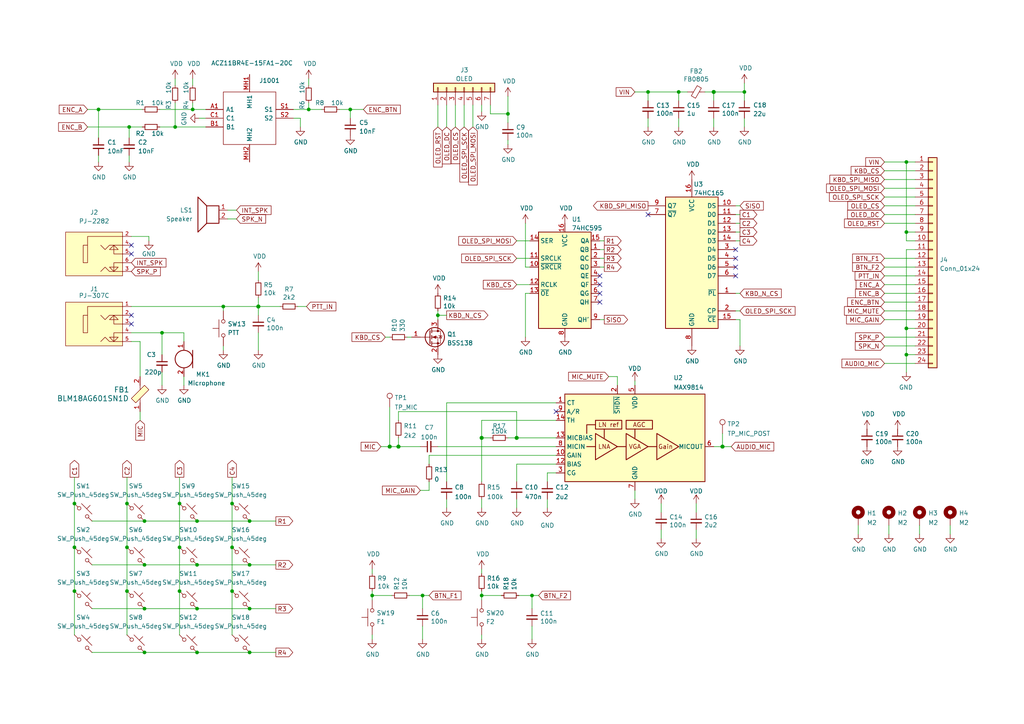
<source format=kicad_sch>
(kicad_sch (version 20211123) (generator eeschema)
  (paper "A4")
  (junction (at 115.57 129.54) (diameter 1.016))
  (junction (at 21.59 146.05))
  (junction (at 67.31 146.05))
  (junction (at 28.575 31.75))
  (junction (at 41.91 189.23))
  (junction (at 74.93 88.9) (diameter 1.016))
  (junction (at 50.8 36.83))
  (junction (at 139.7 172.72))
  (junction (at 196.85 26.67))
  (junction (at 52.07 158.75))
  (junction (at 72.39 176.53))
  (junction (at 57.15 176.53))
  (junction (at 36.83 171.45))
  (junction (at 187.96 26.67))
  (junction (at 41.91 163.83))
  (junction (at 89.535 31.75))
  (junction (at 207.01 26.67) (diameter 1.016))
  (junction (at 215.9 26.67))
  (junction (at 41.91 151.13))
  (junction (at 52.07 171.45))
  (junction (at 154.305 172.72))
  (junction (at 36.83 158.75))
  (junction (at 72.39 163.83))
  (junction (at 122.555 172.72))
  (junction (at 67.31 158.75))
  (junction (at 101.6 31.75))
  (junction (at 209.55 129.54) (diameter 1.016))
  (junction (at 57.15 151.13))
  (junction (at 262.89 46.99))
  (junction (at 52.07 146.05))
  (junction (at 127 91.44))
  (junction (at 67.31 171.45))
  (junction (at 107.95 172.72))
  (junction (at 21.59 158.75))
  (junction (at 21.59 171.45))
  (junction (at 139.7 127) (diameter 1.016))
  (junction (at 149.86 127) (diameter 1.016))
  (junction (at 262.89 102.87))
  (junction (at 113.03 129.54) (diameter 1.016))
  (junction (at 37.465 36.83))
  (junction (at 41.91 176.53))
  (junction (at 36.83 146.05))
  (junction (at 57.15 163.83))
  (junction (at 72.39 189.23))
  (junction (at 262.89 95.25))
  (junction (at 72.39 151.13))
  (junction (at 262.89 67.31))
  (junction (at 55.88 31.75))
  (junction (at 57.15 189.23))
  (junction (at 147.32 33.02))
  (junction (at 64.77 88.9))
  (junction (at 46.99 96.52))
  (no_connect (at 213.36 72.39))
  (no_connect (at 213.36 74.93))
  (no_connect (at 213.36 77.47))
  (no_connect (at 213.36 80.01))
  (no_connect (at 187.96 62.23))
  (no_connect (at 173.99 80.01))
  (no_connect (at 173.99 82.55))
  (no_connect (at 173.99 85.09))
  (no_connect (at 173.99 87.63))
  (no_connect (at 38.1 93.98))
  (no_connect (at 38.1 91.44))
  (no_connect (at 38.1 73.66))
  (no_connect (at 38.1 71.12))
  (no_connect (at 161.29 119.38))
  (wire (pts (xy 158.75 137.16) (xy 158.75 139.7)))
  (wire (pts (xy 89.535 22.86) (xy 89.535 24.765)))
  (wire (pts (xy 256.54 49.53) (xy 265.43 49.53)))
  (wire (pts (xy 72.39 163.83) (xy 80.01 163.83)))
  (wire (pts (xy 134.62 36.83) (xy 134.62 30.48)))
  (wire (pts (xy 187.96 34.29) (xy 187.96 36.83)))
  (wire (pts (xy 101.6 31.75) (xy 105.41 31.75)))
  (wire (pts (xy 132.08 36.83) (xy 132.08 30.48)))
  (wire (pts (xy 57.15 163.83) (xy 72.39 163.83)))
  (wire (pts (xy 37.465 36.83) (xy 37.465 40.005)))
  (wire (pts (xy 74.93 96.52) (xy 74.93 101.6)))
  (wire (pts (xy 214.63 90.17) (xy 213.36 90.17)))
  (wire (pts (xy 87.122 36.83) (xy 87.122 34.29)))
  (wire (pts (xy 41.91 189.23) (xy 57.15 189.23)))
  (wire (pts (xy 115.57 127) (xy 115.57 129.54)))
  (wire (pts (xy 209.55 129.54) (xy 209.55 125.73)))
  (wire (pts (xy 21.59 158.75) (xy 21.59 171.45)))
  (wire (pts (xy 115.57 119.38) (xy 115.57 121.92)))
  (wire (pts (xy 214.63 85.09) (xy 213.36 85.09)))
  (wire (pts (xy 68.58 63.5) (xy 66.04 63.5)))
  (wire (pts (xy 265.43 72.39) (xy 262.89 72.39)))
  (wire (pts (xy 113.03 129.54) (xy 115.57 129.54)))
  (wire (pts (xy 207.01 26.67) (xy 215.9 26.67)))
  (wire (pts (xy 55.88 22.86) (xy 55.88 24.765)))
  (wire (pts (xy 139.7 127) (xy 142.24 127)))
  (wire (pts (xy 74.93 88.9) (xy 74.93 91.44)))
  (wire (pts (xy 147.32 33.02) (xy 147.32 27.94)))
  (wire (pts (xy 28.575 45.085) (xy 28.575 46.99)))
  (wire (pts (xy 26.67 163.83) (xy 41.91 163.83)))
  (wire (pts (xy 107.95 184.15) (xy 107.95 185.42)))
  (wire (pts (xy 107.95 171.45) (xy 107.95 172.72)))
  (wire (pts (xy 86.36 88.9) (xy 88.9 88.9)))
  (wire (pts (xy 68.58 60.96) (xy 66.04 60.96)))
  (wire (pts (xy 74.93 86.36) (xy 74.93 88.9)))
  (wire (pts (xy 64.77 88.9) (xy 64.77 90.17)))
  (wire (pts (xy 139.7 30.48) (xy 139.7 32.385)))
  (wire (pts (xy 72.39 189.23) (xy 80.01 189.23)))
  (wire (pts (xy 127 90.17) (xy 127 91.44)))
  (wire (pts (xy 152.4 64.77) (xy 152.4 77.47)))
  (wire (pts (xy 50.8 36.83) (xy 59.69 36.83)))
  (wire (pts (xy 55.88 31.75) (xy 59.69 31.75)))
  (wire (pts (xy 184.15 142.24) (xy 184.15 144.78)))
  (wire (pts (xy 26.67 151.13) (xy 41.91 151.13)))
  (wire (pts (xy 50.8 22.86) (xy 50.8 24.765)))
  (wire (pts (xy 129.54 144.78) (xy 129.54 147.32)))
  (wire (pts (xy 46.99 107.95) (xy 46.99 111.76)))
  (wire (pts (xy 139.7 172.72) (xy 139.7 173.99)))
  (wire (pts (xy 212.09 129.54) (xy 209.55 129.54)))
  (wire (pts (xy 214.63 92.71) (xy 214.63 100.33)))
  (wire (pts (xy 41.91 163.83) (xy 57.15 163.83)))
  (wire (pts (xy 196.85 26.67) (xy 199.39 26.67)))
  (wire (pts (xy 266.7 152.4) (xy 266.7 154.94)))
  (wire (pts (xy 52.07 171.45) (xy 52.07 184.15)))
  (wire (pts (xy 175.26 92.71) (xy 173.99 92.71)))
  (wire (pts (xy 85.09 31.75) (xy 89.535 31.75)))
  (wire (pts (xy 215.9 26.67) (xy 215.9 24.13)))
  (wire (pts (xy 256.54 90.17) (xy 265.43 90.17)))
  (wire (pts (xy 256.54 52.07) (xy 265.43 52.07)))
  (wire (pts (xy 36.83 171.45) (xy 36.83 184.15)))
  (wire (pts (xy 147.32 127) (xy 149.86 127)))
  (wire (pts (xy 184.15 26.67) (xy 187.96 26.67)))
  (wire (pts (xy 74.93 88.9) (xy 81.28 88.9)))
  (wire (pts (xy 36.83 146.05) (xy 36.83 158.75)))
  (wire (pts (xy 201.93 153.67) (xy 201.93 156.21)))
  (wire (pts (xy 161.29 121.92) (xy 139.7 121.92)))
  (wire (pts (xy 52.07 158.75) (xy 52.07 171.45)))
  (wire (pts (xy 256.54 62.23) (xy 265.43 62.23)))
  (wire (pts (xy 124.46 132.08) (xy 124.46 134.62)))
  (wire (pts (xy 139.7 172.72) (xy 145.415 172.72)))
  (wire (pts (xy 21.59 171.45) (xy 21.59 184.15)))
  (wire (pts (xy 262.89 102.87) (xy 265.43 102.87)))
  (wire (pts (xy 67.31 158.75) (xy 67.31 171.45)))
  (wire (pts (xy 265.43 69.85) (xy 262.89 69.85)))
  (wire (pts (xy 87.122 34.29) (xy 85.09 34.29)))
  (wire (pts (xy 256.54 92.71) (xy 265.43 92.71)))
  (wire (pts (xy 46.99 96.52) (xy 53.34 96.52)))
  (wire (pts (xy 215.9 34.29) (xy 215.9 36.83)))
  (wire (pts (xy 256.54 87.63) (xy 265.43 87.63)))
  (wire (pts (xy 204.47 26.67) (xy 207.01 26.67)))
  (wire (pts (xy 127 91.44) (xy 129.54 91.44)))
  (wire (pts (xy 57.785 34.29) (xy 59.69 34.29)))
  (wire (pts (xy 256.54 82.55) (xy 265.43 82.55)))
  (wire (pts (xy 207.01 34.29) (xy 207.01 36.83)))
  (wire (pts (xy 149.86 134.62) (xy 149.86 139.7)))
  (wire (pts (xy 53.34 109.22) (xy 53.34 111.76)))
  (wire (pts (xy 139.7 171.45) (xy 139.7 172.72)))
  (wire (pts (xy 127 129.54) (xy 161.29 129.54)))
  (wire (pts (xy 262.89 102.87) (xy 262.89 107.95)))
  (wire (pts (xy 26.67 176.53) (xy 41.91 176.53)))
  (wire (pts (xy 215.9 26.67) (xy 215.9 29.21)))
  (wire (pts (xy 21.59 146.05) (xy 21.59 158.75)))
  (wire (pts (xy 67.31 146.05) (xy 67.31 158.75)))
  (wire (pts (xy 248.92 152.4) (xy 248.92 154.94)))
  (wire (pts (xy 46.355 31.75) (xy 55.88 31.75)))
  (wire (pts (xy 262.89 95.25) (xy 265.43 95.25)))
  (wire (pts (xy 38.1 88.9) (xy 64.77 88.9)))
  (wire (pts (xy 179.07 111.76) (xy 179.07 109.22)))
  (wire (pts (xy 46.99 96.52) (xy 46.99 102.87)))
  (wire (pts (xy 67.31 138.43) (xy 67.31 146.05)))
  (wire (pts (xy 262.89 72.39) (xy 262.89 95.25)))
  (wire (pts (xy 57.15 151.13) (xy 72.39 151.13)))
  (wire (pts (xy 122.555 172.72) (xy 124.46 172.72)))
  (wire (pts (xy 256.54 46.99) (xy 262.89 46.99)))
  (wire (pts (xy 187.96 26.67) (xy 196.85 26.67)))
  (wire (pts (xy 40.64 119.38) (xy 40.64 121.92)))
  (wire (pts (xy 214.63 67.31) (xy 213.36 67.31)))
  (wire (pts (xy 161.29 116.84) (xy 129.54 116.84)))
  (wire (pts (xy 124.46 132.08) (xy 161.29 132.08)))
  (wire (pts (xy 57.15 189.23) (xy 72.39 189.23)))
  (wire (pts (xy 158.75 144.78) (xy 158.75 147.32)))
  (wire (pts (xy 154.305 172.72) (xy 156.21 172.72)))
  (wire (pts (xy 191.77 146.05) (xy 191.77 148.59)))
  (wire (pts (xy 121.92 142.24) (xy 124.46 142.24)))
  (wire (pts (xy 256.54 64.77) (xy 265.43 64.77)))
  (wire (pts (xy 256.54 85.09) (xy 265.43 85.09)))
  (wire (pts (xy 25.4 31.75) (xy 28.575 31.75)))
  (wire (pts (xy 150.495 172.72) (xy 154.305 172.72)))
  (wire (pts (xy 38.1 99.06) (xy 40.64 99.06)))
  (wire (pts (xy 52.07 146.05) (xy 52.07 158.75)))
  (wire (pts (xy 142.24 33.02) (xy 147.32 33.02)))
  (wire (pts (xy 214.63 59.69) (xy 213.36 59.69)))
  (wire (pts (xy 256.54 54.61) (xy 265.43 54.61)))
  (wire (pts (xy 74.93 78.74) (xy 74.93 81.28)))
  (wire (pts (xy 149.86 144.78) (xy 149.86 147.32)))
  (wire (pts (xy 139.7 184.15) (xy 139.7 185.42)))
  (wire (pts (xy 89.535 29.845) (xy 89.535 31.75)))
  (wire (pts (xy 57.15 176.53) (xy 72.39 176.53)))
  (wire (pts (xy 256.54 74.93) (xy 265.43 74.93)))
  (wire (pts (xy 256.54 77.47) (xy 265.43 77.47)))
  (wire (pts (xy 107.95 172.72) (xy 113.665 172.72)))
  (wire (pts (xy 101.6 31.75) (xy 101.6 34.29)))
  (wire (pts (xy 115.57 129.54) (xy 121.92 129.54)))
  (wire (pts (xy 41.91 176.53) (xy 57.15 176.53)))
  (wire (pts (xy 214.63 64.77) (xy 213.36 64.77)))
  (wire (pts (xy 214.63 62.23) (xy 213.36 62.23)))
  (wire (pts (xy 256.54 100.33) (xy 265.43 100.33)))
  (wire (pts (xy 113.03 118.11) (xy 113.03 129.54)))
  (wire (pts (xy 46.355 36.83) (xy 50.8 36.83)))
  (wire (pts (xy 257.81 152.4) (xy 257.81 154.94)))
  (wire (pts (xy 36.83 158.75) (xy 36.83 171.45)))
  (wire (pts (xy 152.4 85.09) (xy 152.4 97.79)))
  (wire (pts (xy 107.95 172.72) (xy 107.95 173.99)))
  (wire (pts (xy 53.34 96.52) (xy 53.34 99.06)))
  (wire (pts (xy 262.89 95.25) (xy 262.89 102.87)))
  (wire (pts (xy 262.89 69.85) (xy 262.89 67.31)))
  (wire (pts (xy 124.46 139.7) (xy 124.46 142.24)))
  (wire (pts (xy 127 91.44) (xy 127 92.71)))
  (wire (pts (xy 196.85 34.29) (xy 196.85 36.83)))
  (wire (pts (xy 256.54 80.01) (xy 265.43 80.01)))
  (wire (pts (xy 214.63 69.85) (xy 213.36 69.85)))
  (wire (pts (xy 176.53 109.22) (xy 179.07 109.22)))
  (wire (pts (xy 122.555 181.61) (xy 122.555 185.42)))
  (wire (pts (xy 213.36 92.71) (xy 214.63 92.71)))
  (wire (pts (xy 153.67 77.47) (xy 152.4 77.47)))
  (wire (pts (xy 154.305 172.72) (xy 154.305 176.53)))
  (wire (pts (xy 41.275 31.75) (xy 28.575 31.75)))
  (wire (pts (xy 110.49 129.54) (xy 113.03 129.54)))
  (wire (pts (xy 149.86 74.93) (xy 153.67 74.93)))
  (wire (pts (xy 67.31 171.45) (xy 67.31 184.15)))
  (wire (pts (xy 262.89 67.31) (xy 262.89 46.99)))
  (wire (pts (xy 41.275 36.83) (xy 37.465 36.83)))
  (wire (pts (xy 149.86 127) (xy 149.86 119.38)))
  (wire (pts (xy 89.535 31.75) (xy 93.345 31.75)))
  (wire (pts (xy 147.32 33.02) (xy 147.32 35.56)))
  (wire (pts (xy 262.89 46.99) (xy 265.43 46.99)))
  (wire (pts (xy 137.16 36.83) (xy 137.16 30.48)))
  (wire (pts (xy 38.1 68.58) (xy 43.18 68.58)))
  (wire (pts (xy 129.54 116.84) (xy 129.54 139.7)))
  (wire (pts (xy 129.54 36.83) (xy 129.54 30.48)))
  (wire (pts (xy 154.305 181.61) (xy 154.305 185.42)))
  (wire (pts (xy 207.01 129.54) (xy 209.55 129.54)))
  (wire (pts (xy 72.39 151.13) (xy 80.01 151.13)))
  (wire (pts (xy 43.18 68.58) (xy 43.18 69.85)))
  (wire (pts (xy 111.76 97.79) (xy 113.03 97.79)))
  (wire (pts (xy 64.77 88.9) (xy 74.93 88.9)))
  (wire (pts (xy 98.425 31.75) (xy 101.6 31.75)))
  (wire (pts (xy 187.96 26.67) (xy 187.96 29.21)))
  (wire (pts (xy 275.59 152.4) (xy 275.59 154.94)))
  (wire (pts (xy 201.93 146.05) (xy 201.93 148.59)))
  (wire (pts (xy 147.32 40.64) (xy 147.32 41.91)))
  (wire (pts (xy 196.85 26.67) (xy 196.85 29.21)))
  (wire (pts (xy 265.43 67.31) (xy 262.89 67.31)))
  (wire (pts (xy 40.64 99.06) (xy 40.64 109.22)))
  (wire (pts (xy 161.29 134.62) (xy 149.86 134.62)))
  (wire (pts (xy 153.67 85.09) (xy 152.4 85.09)))
  (wire (pts (xy 115.57 119.38) (xy 149.86 119.38)))
  (wire (pts (xy 139.7 144.78) (xy 139.7 147.32)))
  (wire (pts (xy 142.24 33.02) (xy 142.24 30.48)))
  (wire (pts (xy 127 36.83) (xy 127 30.48)))
  (wire (pts (xy 41.91 151.13) (xy 57.15 151.13)))
  (wire (pts (xy 37.465 45.085) (xy 37.465 46.99)))
  (wire (pts (xy 191.77 153.67) (xy 191.77 156.21)))
  (wire (pts (xy 149.86 82.55) (xy 153.67 82.55)))
  (wire (pts (xy 36.83 138.43) (xy 36.83 146.05)))
  (wire (pts (xy 175.26 69.85) (xy 173.99 69.85)))
  (wire (pts (xy 139.7 165.1) (xy 139.7 166.37)))
  (wire (pts (xy 118.11 97.79) (xy 119.38 97.79)))
  (wire (pts (xy 107.95 165.1) (xy 107.95 166.37)))
  (wire (pts (xy 50.8 29.845) (xy 50.8 36.83)))
  (wire (pts (xy 64.77 100.33) (xy 64.77 101.6)))
  (wire (pts (xy 175.26 72.39) (xy 173.99 72.39)))
  (wire (pts (xy 256.54 57.15) (xy 265.43 57.15)))
  (wire (pts (xy 38.1 96.52) (xy 46.99 96.52)))
  (wire (pts (xy 207.01 26.67) (xy 207.01 29.21)))
  (wire (pts (xy 161.29 137.16) (xy 158.75 137.16)))
  (wire (pts (xy 175.26 77.47) (xy 173.99 77.47)))
  (wire (pts (xy 21.59 138.43) (xy 21.59 146.05)))
  (wire (pts (xy 256.54 97.79) (xy 265.43 97.79)))
  (wire (pts (xy 256.54 59.69) (xy 265.43 59.69)))
  (wire (pts (xy 55.88 29.845) (xy 55.88 31.75)))
  (wire (pts (xy 149.86 69.85) (xy 153.67 69.85)))
  (wire (pts (xy 139.7 121.92) (xy 139.7 127)))
  (wire (pts (xy 149.86 127) (xy 161.29 127)))
  (wire (pts (xy 139.7 127) (xy 139.7 139.7)))
  (wire (pts (xy 184.15 110.49) (xy 184.15 111.76)))
  (wire (pts (xy 28.575 31.75) (xy 28.575 40.005)))
  (wire (pts (xy 72.39 176.53) (xy 80.01 176.53)))
  (wire (pts (xy 118.745 172.72) (xy 122.555 172.72)))
  (wire (pts (xy 256.54 105.41) (xy 265.43 105.41)))
  (wire (pts (xy 52.07 138.43) (xy 52.07 146.05)))
  (wire (pts (xy 26.67 189.23) (xy 41.91 189.23)))
  (wire (pts (xy 175.26 74.93) (xy 173.99 74.93)))
  (wire (pts (xy 122.555 172.72) (xy 122.555 176.53)))
  (wire (pts (xy 25.4 36.83) (xy 37.465 36.83)))
  (global_label "KBD_N_CS" (shape input) (at 214.63 85.09 0) (property "Intersheet References" "${INTERSHEET_REFS}" (effects hide)))
  (global_label "BTN_F1" (shape input) (at 124.46 172.72 0) (property "Intersheet References" "${INTERSHEET_REFS}" (effects hide)))
  (global_label "BTN_F2" (shape input) (at 256.54 77.47 180) (property "Intersheet References" "${INTERSHEET_REFS}" (effects hide)))
  (global_label "OLED_SPI_SCK" (shape input) (at 214.63 90.17 0) (property "Intersheet References" "${INTERSHEET_REFS}" (effects hide)))
  (global_label "OLED_SPI_SCK" (shape input) (at 134.62 36.83 270) (property "Intersheet References" "${INTERSHEET_REFS}" (effects hide)))
  (global_label "OLED_SPI_MOSI" (shape input) (at 149.86 69.85 180) (property "Intersheet References" "${INTERSHEET_REFS}" (effects hide)))
  (global_label "BTN_F1" (shape input) (at 256.54 74.93 180) (property "Intersheet References" "${INTERSHEET_REFS}" (effects hide)))
  (global_label "R3" (shape output) (at 175.26 74.93 0) (property "Intersheet References" "${INTERSHEET_REFS}" (effects hide)))
  (global_label "MIC" (shape input) (at 40.64 121.92 270) (property "Intersheet References" "${INTERSHEET_REFS}" (effects hide)))
  (global_label "SISO" (shape output) (at 175.26 92.71 0) (property "Intersheet References" "${INTERSHEET_REFS}" (effects hide)))
  (global_label "SPK_N" (shape input) (at 256.54 100.33 180) (property "Intersheet References" "${INTERSHEET_REFS}" (effects hide)))
  (global_label "MIC_MUTE" (shape input) (at 176.53 109.22 180) (property "Intersheet References" "${INTERSHEET_REFS}" (effects hide)))
  (global_label "ENC_A" (shape input) (at 25.4 31.75 180) (property "Intersheet References" "${INTERSHEET_REFS}" (effects hide)))
  (global_label "ENC_B" (shape input) (at 25.4 36.83 180) (property "Intersheet References" "${INTERSHEET_REFS}" (effects hide)))
  (global_label "C2" (shape output) (at 214.63 64.77 0) (property "Intersheet References" "${INTERSHEET_REFS}" (effects hide)))
  (global_label "SISO" (shape input) (at 214.63 59.69 0) (property "Intersheet References" "${INTERSHEET_REFS}" (effects hide)))
  (global_label "SPK_N" (shape input) (at 68.58 63.5 0) (property "Intersheet References" "${INTERSHEET_REFS}" (effects hide)))
  (global_label "ENC_BTN" (shape input) (at 105.41 31.75 0) (property "Intersheet References" "${INTERSHEET_REFS}" (effects hide)))
  (global_label "PTT_IN" (shape input) (at 256.54 80.01 180) (property "Intersheet References" "${INTERSHEET_REFS}" (effects hide)))
  (global_label "OLED_DC" (shape input) (at 129.54 36.83 270) (property "Intersheet References" "${INTERSHEET_REFS}" (effects hide)))
  (global_label "KBD_SPI_MISO" (shape input) (at 256.54 52.07 180) (property "Intersheet References" "${INTERSHEET_REFS}" (effects hide)))
  (global_label "OLED_RST" (shape input) (at 127 36.83 270) (property "Intersheet References" "${INTERSHEET_REFS}" (effects hide)))
  (global_label "R4" (shape output) (at 175.26 77.47 0) (property "Intersheet References" "${INTERSHEET_REFS}" (effects hide)))
  (global_label "KBD_N_CS" (shape output) (at 129.54 91.44 0) (property "Intersheet References" "${INTERSHEET_REFS}" (effects hide)))
  (global_label "KBD_SPI_MISO" (shape output) (at 187.96 59.69 180) (property "Intersheet References" "${INTERSHEET_REFS}" (effects hide)))
  (global_label "OLED_SPI_MOSI" (shape input) (at 137.16 36.83 270) (property "Intersheet References" "${INTERSHEET_REFS}" (effects hide)))
  (global_label "OLED_CS" (shape input) (at 132.08 36.83 270) (property "Intersheet References" "${INTERSHEET_REFS}" (effects hide)))
  (global_label "C4" (shape output) (at 214.63 69.85 0) (property "Intersheet References" "${INTERSHEET_REFS}" (effects hide)))
  (global_label "SPK_P" (shape input) (at 38.1 78.74 0) (property "Intersheet References" "${INTERSHEET_REFS}" (effects hide)))
  (global_label "BTN_F2" (shape input) (at 156.21 172.72 0) (property "Intersheet References" "${INTERSHEET_REFS}" (effects hide)))
  (global_label "OLED_SPI_SCK" (shape input) (at 256.54 57.15 180) (property "Intersheet References" "${INTERSHEET_REFS}" (effects hide)))
  (global_label "ENC_BTN" (shape input) (at 256.54 87.63 180) (property "Intersheet References" "${INTERSHEET_REFS}" (effects hide)))
  (global_label "OLED_CS" (shape input) (at 256.54 59.69 180) (property "Intersheet References" "${INTERSHEET_REFS}" (effects hide)))
  (global_label "MIC_GAIN" (shape input) (at 256.54 92.71 180) (property "Intersheet References" "${INTERSHEET_REFS}" (effects hide)))
  (global_label "R4" (shape output) (at 80.01 189.23 0) (property "Intersheet References" "${INTERSHEET_REFS}" (effects hide)))
  (global_label "INT_SPK" (shape input) (at 38.1 76.2 0) (property "Intersheet References" "${INTERSHEET_REFS}" (effects hide)))
  (global_label "MIC" (shape input) (at 110.49 129.54 180) (property "Intersheet References" "${INTERSHEET_REFS}" (effects hide)))
  (global_label "INT_SPK" (shape input) (at 68.58 60.96 0) (property "Intersheet References" "${INTERSHEET_REFS}" (effects hide)))
  (global_label "C4" (shape output) (at 67.31 138.43 90) (property "Intersheet References" "${INTERSHEET_REFS}" (effects hide)))
  (global_label "OLED_SPI_SCK" (shape input) (at 149.86 74.93 180) (property "Intersheet References" "${INTERSHEET_REFS}" (effects hide)))
  (global_label "C1" (shape output) (at 21.59 138.43 90) (property "Intersheet References" "${INTERSHEET_REFS}" (effects hide)))
  (global_label "VIN" (shape input) (at 184.15 26.67 180) (property "Intersheet References" "${INTERSHEET_REFS}" (effects hide)))
  (global_label "OLED_SPI_MOSI" (shape input) (at 256.54 54.61 180) (property "Intersheet References" "${INTERSHEET_REFS}" (effects hide)))
  (global_label "ENC_A" (shape input) (at 256.54 82.55 180) (property "Intersheet References" "${INTERSHEET_REFS}" (effects hide)))
  (global_label "R1" (shape output) (at 175.26 69.85 0) (property "Intersheet References" "${INTERSHEET_REFS}" (effects hide)))
  (global_label "R3" (shape output) (at 80.01 176.53 0) (property "Intersheet References" "${INTERSHEET_REFS}" (effects hide)))
  (global_label "KBD_CS" (shape input) (at 256.54 49.53 180) (property "Intersheet References" "${INTERSHEET_REFS}" (effects hide)))
  (global_label "KBD_CS" (shape input) (at 149.86 82.55 180) (property "Intersheet References" "${INTERSHEET_REFS}" (effects hide)))
  (global_label "C3" (shape output) (at 214.63 67.31 0) (property "Intersheet References" "${INTERSHEET_REFS}" (effects hide)))
  (global_label "PTT_IN" (shape input) (at 88.9 88.9 0) (property "Intersheet References" "${INTERSHEET_REFS}" (effects hide)))
  (global_label "C2" (shape output) (at 36.83 138.43 90) (property "Intersheet References" "${INTERSHEET_REFS}" (effects hide)))
  (global_label "MIC_MUTE" (shape input) (at 256.54 90.17 180) (property "Intersheet References" "${INTERSHEET_REFS}" (effects hide)))
  (global_label "SPK_P" (shape input) (at 256.54 97.79 180) (property "Intersheet References" "${INTERSHEET_REFS}" (effects hide)))
  (global_label "OLED_DC" (shape input) (at 256.54 62.23 180) (property "Intersheet References" "${INTERSHEET_REFS}" (effects hide)))
  (global_label "AUDIO_MIC" (shape input) (at 212.09 129.54 0) (property "Intersheet References" "${INTERSHEET_REFS}" (effects hide)))
  (global_label "AUDIO_MIC" (shape input) (at 256.54 105.41 180) (property "Intersheet References" "${INTERSHEET_REFS}" (effects hide)))
  (global_label "MIC_GAIN" (shape input) (at 121.92 142.24 180) (property "Intersheet References" "${INTERSHEET_REFS}" (effects hide)))
  (global_label "OLED_RST" (shape input) (at 256.54 64.77 180) (property "Intersheet References" "${INTERSHEET_REFS}" (effects hide)))
  (global_label "R2" (shape output) (at 175.26 72.39 0) (property "Intersheet References" "${INTERSHEET_REFS}" (effects hide)))
  (global_label "ENC_B" (shape input) (at 256.54 85.09 180) (property "Intersheet References" "${INTERSHEET_REFS}" (effects hide)))
  (global_label "KBD_CS" (shape input) (at 111.76 97.79 180) (property "Intersheet References" "${INTERSHEET_REFS}" (effects hide)))
  (global_label "C1" (shape output) (at 214.63 62.23 0) (property "Intersheet References" "${INTERSHEET_REFS}" (effects hide)))
  (global_label "C3" (shape output) (at 52.07 138.43 90) (property "Intersheet References" "${INTERSHEET_REFS}" (effects hide)))
  (global_label "R1" (shape output) (at 80.01 151.13 0) (property "Intersheet References" "${INTERSHEET_REFS}" (effects hide)))
  (global_label "R2" (shape output) (at 80.01 163.83 0) (property "Intersheet References" "${INTERSHEET_REFS}" (effects hide)))
  (global_label "VIN" (shape input) (at 256.54 46.99 180) (property "Intersheet References" "${INTERSHEET_REFS}" (effects hide)))
  (symbol (lib_id "power:GND") (at 101.6 39.37 0) (unit 1)
    (property "Reference" "#PWR014" (effects hide))
    (property "Value" "GND" (at 101.727 43.7642 0))
  )
  (symbol (lib_id "pkl_device:pkl_R_Small") (at 139.7 168.91 0) (unit 1)
    (property "Reference" "R16" (at 141.1986 167.7416 0) (effects (justify left)))
    (property "Value" "10k" (at 141.1986 170.053 0) (effects (justify left)))
    (property "Footprint" "Resistor_SMD:R_0402_1005Metric" (effects hide))
  )
  (symbol (lib_id "power:GND") (at 139.7 32.385 0) (unit 1)
    (property "Reference" "#PWR021" (effects hide))
    (property "Value" "GND" (at 139.827 36.7792 0))
  )
  (symbol (lib_id "power:GND") (at 275.59 154.94 0) (unit 1)
    (property "Reference" "#PWR056" (effects hide))
    (property "Value" "GND" (at 275.717 159.3342 0))
  )
  (symbol (lib_id "power:GND") (at 37.465 46.99 0) (unit 1)
    (property "Reference" "#PWR02" (effects hide))
    (property "Value" "GND" (at 37.592 51.3842 0))
  )
  (symbol (lib_id "Mechanical:MountingHole_Pad") (at 266.7 149.86 0) (unit 1)
    (property "Reference" "H3" (at 269.2401 148.8245 0) (effects (justify left)))
    (property "Value" "M2" (at 269.2401 151.5996 0) (effects (justify left)))
    (property "Footprint" "MountingHole:MountingHole_2.2mm_M2_DIN965_Pad" (effects hide))
  )
  (symbol (lib_id "Transistor_FET:BSS138") (at 124.46 97.79 0) (unit 1)
    (property "Reference" "Q1" (at 129.667 96.9553 0) (effects (justify left)))
    (property "Value" "BSS138" (at 129.667 99.4922 0) (effects (justify left)))
    (property "Footprint" "Package_TO_SOT_SMD:SOT-23" (effects hide))
    (property "Datasheet" "https://www.onsemi.com/pub/Collateral/BSS138-D.PDF" (effects hide))
  )
  (symbol (lib_id "power:GND") (at 215.9 36.83 0) (unit 1)
    (property "Reference" "#PWR047" (effects hide))
    (property "Value" "GND" (at 216.027 41.2242 0))
  )
  (symbol (lib_id "power:VDD") (at 127 85.09 0) (unit 1)
    (property "Reference" "#PWR018" (effects hide))
    (property "Value" "VDD" (at 127.381 80.6958 0))
  )
  (symbol (lib_id "pkl_device:pkl_R_Small") (at 115.57 97.79 90) (unit 1)
    (property "Reference" "R10" (at 114.4016 96.2914 0) (effects (justify left)))
    (property "Value" "330" (at 116.713 96.2914 0) (effects (justify left)))
    (property "Footprint" "Resistor_SMD:R_0402_1005Metric" (effects hide))
  )
  (symbol (lib_id "Switch:SW_Push_45deg") (at 54.61 148.59 0) (unit 1)
    (property "Reference" "SW9" (at 54.61 140.97 0))
    (property "Value" "SW_Push_45deg" (at 54.61 143.51 0))
    (property "Footprint" "Button_Switch_SMD:SW_Push_1P1T_NO_CK_KMR2" (effects hide))
  )
  (symbol (lib_id "Mechanical:MountingHole_Pad") (at 248.92 149.86 0) (unit 1)
    (property "Reference" "H1" (at 251.4601 148.8245 0) (effects (justify left)))
    (property "Value" "M2" (at 251.4601 151.5996 0) (effects (justify left)))
    (property "Footprint" "MountingHole:MountingHole_2.2mm_M2_DIN965_Pad" (effects hide))
  )
  (symbol (lib_id "power:VDD") (at 152.4 64.77 0) (unit 1)
    (property "Reference" "#PWR028" (effects hide))
    (property "Value" "VDD" (at 152.781 60.3758 0))
  )
  (symbol (lib_id "power:VDD") (at 147.32 27.94 0) (unit 1)
    (property "Reference" "#PWR025" (effects hide))
    (property "Value" "VDD" (at 147.701 23.5458 0))
  )
  (symbol (lib_id "pkl_device:pkl_R_Small") (at 139.7 142.24 0) (unit 1)
    (property "Reference" "R15" (at 141.1987 141.3315 0) (effects (justify left)))
    (property "Value" "100k" (at 141.1987 144.1066 0) (effects (justify left)))
    (property "Footprint" "Resistor_SMD:R_0402_1005Metric" (effects hide))
  )
  (symbol (lib_id "Switch:SW_Push_45deg") (at 69.85 173.99 0) (unit 1)
    (property "Reference" "SW17" (at 69.85 166.37 0))
    (property "Value" "SW_Push_45deg" (at 69.85 168.91 0))
    (property "Footprint" "Button_Switch_SMD:SW_Push_1P1T_NO_CK_KMR2" (effects hide))
  )
  (symbol (lib_id "pkl_device:pkl_C_Small") (at 207.01 31.75 0) (unit 1)
    (property "Reference" "C17" (at 209.3468 30.5816 0) (effects (justify left)))
    (property "Value" "100n" (at 209.3468 32.893 0) (effects (justify left)))
    (property "Footprint" "Capacitor_SMD:C_0402_1005Metric" (effects hide))
  )
  (symbol (lib_id "pkl_device:pkl_C_Small") (at 201.93 151.13 0) (unit 1)
    (property "Reference" "C16" (at 204.2668 149.9616 0) (effects (justify left)))
    (property "Value" "2u2" (at 204.2668 152.273 0) (effects (justify left)))
    (property "Footprint" "Capacitor_SMD:C_0402_1005Metric" (effects hide))
  )
  (symbol (lib_id "power:VDD") (at 50.8 22.86 0) (unit 1)
    (property "Reference" "#PWR05" (effects hide))
    (property "Value" "VDD" (at 51.181 18.4658 0))
  )
  (symbol (lib_id "Connector:TestPoint") (at 113.03 118.11 0) (unit 1)
    (property "Reference" "TP1" (at 114.4271 115.36 0) (effects (justify left)))
    (property "Value" "TP_MIC" (at 114.4271 118.1351 0) (effects (justify left)))
    (property "Footprint" "TestPoint:TestPoint_Pad_D1.0mm" (effects hide))
  )
  (symbol (lib_id "pkl_device:pkl_R_Small") (at 43.815 36.83 270) (mirror x) (unit 1)
    (property "Reference" "R2" (at 40.6691 38.735 90))
    (property "Value" "10k" (at 45.7491 38.735 90))
    (property "Footprint" "Resistor_SMD:R_0402_1005Metric" (effects hide))
  )
  (symbol (lib_id "pkl_device:pkl_R_Small") (at 43.815 31.75 270) (unit 1)
    (property "Reference" "R1" (at 40.6691 29.845 90))
    (property "Value" "10k" (at 45.7491 29.845 90))
    (property "Footprint" "Resistor_SMD:R_0402_1005Metric" (effects hide))
  )
  (symbol (lib_id "power:GND") (at 43.18 69.85 0) (unit 1)
    (property "Reference" "#PWR03" (effects hide))
    (property "Value" "GND" (at 43.18 73.66 0))
  )
  (symbol (lib_id "power:GND") (at 57.785 34.29 270) (unit 1)
    (property "Reference" "#PWR08" (effects hide))
    (property "Value" "GND" (at 53.3908 34.417 0))
  )
  (symbol (lib_id "Device:C_Small") (at 28.575 42.545 0) (unit 1)
    (property "Reference" "C1" (at 31.115 41.2812 0) (effects (justify left)))
    (property "Value" "10nF" (at 31.115 43.8212 0) (effects (justify left)))
    (property "Footprint" "Capacitor_SMD:C_0402_1005Metric" (effects hide))
  )
  (symbol (lib_id "AudioJack:PJ-2282") (at 27.94 64.77 0) (unit 1)
    (property "Reference" "J2" (at 27.305 61.595 0))
    (property "Value" "PJ-2282" (at 27.305 64.135 0))
    (property "Datasheet" "https://datasheet.lcsc.com/lcsc/2110120730_XKB-Connectivity-PJ-2282-SMT_C2884973.pdf" (effects hide))
  )
  (symbol (lib_id "power:VDD") (at 191.77 146.05 0) (unit 1)
    (property "Reference" "#PWR037" (effects hide))
    (property "Value" "VDD" (at 191.77 142.4454 0))
  )
  (symbol (lib_id "Device:Ferrite_Bead_Small") (at 201.93 26.67 270) (unit 1)
    (property "Reference" "FB2" (at 201.93 20.6502 90))
    (property "Value" "FB0805" (at 201.93 22.9616 90))
    (property "Footprint" "Fuse:Fuse_0805_2012Metric" (effects hide))
  )
  (symbol (lib_id "pkl_device:pkl_R_Small") (at 116.205 172.72 90) (unit 1)
    (property "Reference" "R12" (at 115.0366 171.2214 0) (effects (justify left)))
    (property "Value" "10k" (at 117.348 171.2214 0) (effects (justify left)))
    (property "Footprint" "Resistor_SMD:R_0402_1005Metric" (effects hide))
  )
  (symbol (lib_id "power:GND") (at 257.81 154.94 0) (unit 1)
    (property "Reference" "#PWR051" (effects hide))
    (property "Value" "GND" (at 257.937 159.3342 0))
  )
  (symbol (lib_id "Device:Speaker") (at 60.96 60.96 0) (mirror y) (unit 1)
    (property "Reference" "LS1" (at 55.88 60.9599 0) (effects (justify left)))
    (property "Value" "Speaker" (at 55.88 63.4999 0) (effects (justify left)))
    (property "Footprint" "Connector_PinHeader_2.54mm:PinHeader_1x02_P2.54mm_Vertical" (effects hide))
  )
  (symbol (lib_id "power:GND") (at 196.85 36.83 0) (unit 1)
    (property "Reference" "#PWR039" (effects hide))
    (property "Value" "GND" (at 196.977 41.2242 0))
  )
  (symbol (lib_id "power:GND") (at 139.7 147.32 0) (unit 1)
    (property "Reference" "#PWR022" (effects hide))
    (property "Value" "GND" (at 139.827 151.7142 0))
  )
  (symbol (lib_id "power:GND") (at 248.92 154.94 0) (unit 1)
    (property "Reference" "#PWR048" (effects hide))
    (property "Value" "GND" (at 249.047 159.3342 0))
  )
  (symbol (lib_id "pkl_device:pkl_C_Small") (at 158.75 142.24 0) (unit 1)
    (property "Reference" "C12" (at 161.0742 141.3315 0) (effects (justify left)))
    (property "Value" "2u2" (at 161.0742 144.1066 0) (effects (justify left)))
    (property "Footprint" "Capacitor_SMD:C_0402_1005Metric" (effects hide))
  )
  (symbol (lib_id "pkl_device:pkl_C_Small") (at 260.35 127 0) (unit 1)
    (property "Reference" "C20" (at 262.6868 125.8316 0) (effects (justify left)))
    (property "Value" "100n" (at 262.6868 128.143 0) (effects (justify left)))
    (property "Footprint" "Capacitor_SMD:C_0402_1005Metric" (effects hide))
  )
  (symbol (lib_id "Switch:SW_Push") (at 64.77 95.25 90) (unit 1)
    (property "Reference" "SW13" (at 66.04 93.9799 90) (effects (justify right)))
    (property "Value" "PTT" (at 66.04 96.5199 90) (effects (justify right)))
    (property "Footprint" "Button_Switch_THT:SW_Tactile_SPST_Angled_PTS645Vx31-2LFS" (effects hide))
  )
  (symbol (lib_id "power:GND") (at 127 102.87 0) (unit 1)
    (property "Reference" "#PWR019" (effects hide))
    (property "Value" "GND" (at 127.127 107.2642 0))
  )
  (symbol (lib_id "pkl_device:pkl_C_Small") (at 74.93 93.98 0) (unit 1)
    (property "Reference" "C4" (at 77.2668 92.8116 0) (effects (justify left)))
    (property "Value" "100n" (at 77.2668 95.123 0) (effects (justify left)))
    (property "Footprint" "Capacitor_SMD:C_0402_1005Metric" (effects hide))
  )
  (symbol (lib_id "Switch:SW_Push_45deg") (at 69.85 148.59 0) (unit 1)
    (property "Reference" "SW15" (at 69.85 140.97 0))
    (property "Value" "SW_Push_45deg" (at 69.85 143.51 0))
    (property "Footprint" "Button_Switch_SMD:SW_Push_1P1T_NO_CK_KMR2" (effects hide))
  )
  (symbol (lib_id "pkl_device:pkl_C_Small") (at 124.46 129.54 90) (unit 1)
    (property "Reference" "C7" (at 124.46 124.0113 90))
    (property "Value" "100n" (at 124.46 126.7864 90))
    (property "Footprint" "Capacitor_SMD:C_0402_1005Metric" (effects hide))
  )
  (symbol (lib_id "Switch:SW_Push_45deg") (at 54.61 173.99 0) (unit 1)
    (property "Reference" "SW11" (at 54.61 166.37 0))
    (property "Value" "SW_Push_45deg" (at 54.61 168.91 0))
    (property "Footprint" "Button_Switch_SMD:SW_Push_1P1T_NO_CK_KMR2" (effects hide))
  )
  (symbol (lib_id "SamacSys_Parts2:ACZ11BR4E-15FA1-20C") (at 72.39 21.59 270) (unit 1)
    (property "Reference" "J1001" (at 75.1587 23.368 90) (effects (justify left)))
    (property "Value" "ACZ11BR4E-15FA1-20C" (at 61.214 18.288 90) (effects (justify left)))
    (property "Footprint" "SamacSys_Parts2:ACZ11BR4E15FA120C" (effects hide))
    (property "Datasheet" "https://www.cuidevices.com/product/resource/acz11.pdf" (effects hide))
    (property "Description" "Encoders INCR ENC, S, MECH, 20 PPR 20 DET, 5 Vdc, A/B, 2-bit, SW, 5 mm sbush 15 x 6 mm F shaft, horizontal" (effects hide))
    (property "Height" "13.75" (effects hide))
    (property "Manufacturer_Name" "CUI Inc." (effects hide))
    (property "Manufacturer_Part_Number" "ACZ11BR4E-15FA1-20C" (effects hide))
    (property "Mouser Part Number" "490-ACZ11E15FA120C" (effects hide))
    (property "Mouser Price/Stock" "https://www.mouser.co.uk/ProductDetail/CUI-Devices/ACZ11BR4E-15FA1-20C?qs=WyjlAZoYn521vRzc3WQA5g%3D%3D" (effects hide))
    (property "Arrow Part Number" "ACZ11BR4E-15FA1-20C" (effects hide))
    (property "Arrow Price/Stock" "https://www.arrow.com/en/products/acz11br4e-15fa1-20c/cui-devices" (effects hide))
  )
  (symbol (lib_id "pkl_device:pkl_C_Small") (at 251.46 127 0) (unit 1)
    (property "Reference" "C19" (at 253.7968 125.8316 0) (effects (justify left)))
    (property "Value" "100n" (at 253.7968 128.143 0) (effects (justify left)))
    (property "Footprint" "Capacitor_SMD:C_0402_1005Metric" (effects hide))
  )
  (symbol (lib_id "power:GND") (at 260.35 129.54 0) (unit 1)
    (property "Reference" "#PWR053" (effects hide))
    (property "Value" "GND" (at 260.477 133.9342 0))
  )
  (symbol (lib_id "74xx:74HC595") (at 163.83 80.01 0) (unit 1)
    (property "Reference" "U1" (at 165.8494 63.6102 0) (effects (justify left)))
    (property "Value" "74HC595" (at 165.8494 66.1471 0) (effects (justify left)))
    (property "Footprint" "Package_SO:SOIC-16_3.9x9.9mm_P1.27mm" (effects hide))
    (property "Datasheet" "http://www.ti.com/lit/ds/symlink/sn74hc595.pdf" (effects hide))
  )
  (symbol (lib_id "power:VDD") (at 251.46 124.46 0) (unit 1)
    (property "Reference" "#PWR049" (effects hide))
    (property "Value" "VDD" (at 251.841 120.0658 0))
  )
  (symbol (lib_id "power:VDD") (at 55.88 22.86 0) (unit 1)
    (property "Reference" "#PWR07" (effects hide))
    (property "Value" "VDD" (at 56.261 18.4658 0))
  )
  (symbol (lib_id "pkl_device:pkl_R_Small") (at 95.885 31.75 270) (unit 1)
    (property "Reference" "R8" (at 92.7391 29.845 90))
    (property "Value" "10k" (at 97.8191 29.845 90))
    (property "Footprint" "Resistor_SMD:R_0402_1005Metric" (effects hide))
  )
  (symbol (lib_id "pkl_device:pkl_R_Small") (at 74.93 83.82 0) (unit 1)
    (property "Reference" "R5" (at 76.4286 82.6516 0) (effects (justify left)))
    (property "Value" "10k" (at 76.4286 84.963 0) (effects (justify left)))
    (property "Footprint" "Resistor_SMD:R_0402_1005Metric" (effects hide))
  )
  (symbol (lib_id "pkl_device:pkl_C_Small") (at 122.555 179.07 0) (unit 1)
    (property "Reference" "C6" (at 124.8918 177.9016 0) (effects (justify left)))
    (property "Value" "100n" (at 124.8918 180.213 0) (effects (justify left)))
    (property "Footprint" "Capacitor_SMD:C_0402_1005Metric" (effects hide))
  )
  (symbol (lib_id "power:GND") (at 87.122 36.83 0) (unit 1)
    (property "Reference" "#PWR012" (effects hide))
    (property "Value" "GND" (at 87.249 41.2242 0))
  )
  (symbol (lib_id "power:GND") (at 200.66 100.33 0) (unit 1)
    (property "Reference" "#PWR041" (effects hide))
    (property "Value" "GND" (at 200.787 104.7242 0))
  )
  (symbol (lib_id "power:GND") (at 191.77 156.21 0) (unit 1)
    (property "Reference" "#PWR038" (effects hide))
    (property "Value" "GND" (at 191.897 160.6042 0))
  )
  (symbol (lib_id "Connector_Generic:Conn_01x24") (at 270.51 74.93 0) (unit 1)
    (property "Reference" "J4" (at 272.542 75.3653 0) (effects (justify left)))
    (property "Value" "Conn_01x24" (at 272.542 77.9022 0) (effects (justify left)))
    (property "Footprint" "Connector_FFC-FPC:Hirose_FH12-24S-0.5SH_1x24-1MP_P0.50mm_Horizontal" (effects hide))
    (property "Datasheet" "https://www.digikey.com/en/products/detail/FH12-24S-0.5SH(55)/HFJ124DKR-ND/1844176?curr=usd&utm_campaign=buynow&utm_medium=aggregator&utm_source=octopart" (effects hide))
  )
  (symbol (lib_id "power:GND") (at 207.01 36.83 0) (unit 1)
    (property "Reference" "#PWR044" (effects hide))
    (property "Value" "GND" (at 207.137 41.2242 0))
  )
  (symbol (lib_id "Mechanical:MountingHole_Pad") (at 257.81 149.86 0) (unit 1)
    (property "Reference" "H2" (at 260.3501 148.8245 0) (effects (justify left)))
    (property "Value" "M2" (at 260.3501 151.5996 0) (effects (justify left)))
    (property "Footprint" "MountingHole:MountingHole_2.2mm_M2_DIN965_Pad" (effects hide))
  )
  (symbol (lib_id "pkl_device:pkl_R_Small") (at 83.82 88.9 270) (unit 1)
    (property "Reference" "R7" (at 83.82 83.9216 90))
    (property "Value" "2k2" (at 83.82 86.233 90))
    (property "Footprint" "Resistor_SMD:R_0402_1005Metric" (effects hide))
  )
  (symbol (lib_id "power:GND") (at 122.555 185.42 0) (unit 1)
    (property "Reference" "#PWR017" (effects hide))
    (property "Value" "GND" (at 122.682 189.8142 0))
  )
  (symbol (lib_id "power:GND") (at 139.7 185.42 0) (unit 1)
    (property "Reference" "#PWR024" (effects hide))
    (property "Value" "GND" (at 139.827 189.8142 0))
  )
  (symbol (lib_id "power:VDD") (at 107.95 165.1 0) (unit 1)
    (property "Reference" "#PWR015" (effects hide))
    (property "Value" "VDD" (at 108.331 160.7058 0))
  )
  (symbol (lib_id "pkl_device:pkl_R_Small") (at 124.46 137.16 0) (unit 1)
    (property "Reference" "R13" (at 125.9587 136.2515 0) (effects (justify left)))
    (property "Value" "0" (at 125.9587 139.0266 0) (effects (justify left)))
    (property "Footprint" "Resistor_SMD:R_0402_1005Metric" (effects hide))
  )
  (symbol (lib_id "pkl_device:pkl_C_Small") (at 147.32 38.1 0) (unit 1)
    (property "Reference" "C9" (at 149.6568 36.9316 0) (effects (justify left)))
    (property "Value" "100n" (at 149.6568 39.243 0) (effects (justify left)))
    (property "Footprint" "Capacitor_SMD:C_0402_1005Metric" (effects hide))
  )
  (symbol (lib_id "power:GND") (at 187.96 36.83 0) (unit 1)
    (property "Reference" "#PWR036" (effects hide))
    (property "Value" "GND" (at 188.087 41.2242 0))
  )
  (symbol (lib_id "power:VDD") (at 215.9 24.13 0) (unit 1)
    (property "Reference" "#PWR046" (effects hide))
    (property "Value" "VDD" (at 216.281 19.7358 0))
  )
  (symbol (lib_id "pkl_device:pkl_C_Small") (at 215.9 31.75 0) (unit 1)
    (property "Reference" "C18" (at 218.44 30.4862 0) (effects (justify left)))
    (property "Value" "22u" (at 218.44 33.0262 0) (effects (justify left)))
    (property "Footprint" "Capacitor_SMD:C_1210_3225Metric" (effects hide))
  )
  (symbol (lib_id "power:GND") (at 251.46 129.54 0) (unit 1)
    (property "Reference" "#PWR050" (effects hide))
    (property "Value" "GND" (at 251.587 133.9342 0))
  )
  (symbol (lib_id "power:VDD") (at 201.93 146.05 0) (unit 1)
    (property "Reference" "#PWR042" (effects hide))
    (property "Value" "VDD" (at 201.93 142.4454 0))
  )
  (symbol (lib_id "pkl_device:pkl_R_Small") (at 89.535 27.305 0) (unit 1)
    (property "Reference" "R6" (at 87.63 30.4509 90))
    (property "Value" "10k" (at 87.63 25.3709 90))
    (property "Footprint" "Resistor_SMD:R_0402_1005Metric" (effects hide))
  )
  (symbol (lib_id "power:GND") (at 201.93 156.21 0) (unit 1)
    (property "Reference" "#PWR043" (effects hide))
    (property "Value" "GND" (at 202.057 160.6042 0))
  )
  (symbol (lib_id "Switch:SW_Push_45deg") (at 69.85 161.29 0) (unit 1)
    (property "Reference" "SW16" (at 69.85 153.67 0))
    (property "Value" "SW_Push_45deg" (at 69.85 156.21 0))
    (property "Footprint" "Button_Switch_SMD:SW_Push_1P1T_NO_CK_KMR2" (effects hide))
  )
  (symbol (lib_id "Mechanical:MountingHole_Pad") (at 275.59 149.86 0) (unit 1)
    (property "Reference" "H4" (at 278.1301 148.8245 0) (effects (justify left)))
    (property "Value" "M2" (at 278.1301 151.5996 0) (effects (justify left)))
    (property "Footprint" "MountingHole:MountingHole_2.2mm_M2_DIN965_Pad" (effects hide))
  )
  (symbol (lib_id "pkl_device:pkl_R_Small") (at 50.8 27.305 0) (unit 1)
    (property "Reference" "R3" (at 48.895 30.4509 90))
    (property "Value" "10k" (at 48.895 25.3709 90))
    (property "Footprint" "Resistor_SMD:R_0402_1005Metric" (effects hide))
  )
  (symbol (lib_id "power:GND") (at 154.305 185.42 0) (unit 1)
    (property "Reference" "#PWR030" (effects hide))
    (property "Value" "GND" (at 154.432 189.8142 0))
  )
  (symbol (lib_id "pkl_device:pkl_C_Small") (at 129.54 142.24 0) (unit 1)
    (property "Reference" "C8" (at 131.8642 141.3315 0) (effects (justify left)))
    (property "Value" "100n" (at 131.8642 144.1066 0) (effects (justify left)))
    (property "Footprint" "Capacitor_SMD:C_0402_1005Metric" (effects hide))
  )
  (symbol (lib_id "Switch:SW_Push_45deg") (at 54.61 186.69 0) (unit 1)
    (property "Reference" "SW12" (at 54.61 179.07 0))
    (property "Value" "SW_Push_45deg" (at 54.61 181.61 0))
    (property "Footprint" "Button_Switch_SMD:SW_Push_1P1T_NO_CK_KMR2" (effects hide))
  )
  (symbol (lib_id "pkl_device:pkl_R_Small") (at 127 87.63 0) (unit 1)
    (property "Reference" "R14" (at 128.4986 86.4616 0) (effects (justify left)))
    (property "Value" "10k" (at 128.4986 88.773 0) (effects (justify left)))
    (property "Footprint" "Resistor_SMD:R_0402_1005Metric" (effects hide))
  )
  (symbol (lib_id "power:GND") (at 163.83 97.79 0) (unit 1)
    (property "Reference" "#PWR033" (effects hide))
    (property "Value" "GND" (at 163.957 102.1842 0))
  )
  (symbol (lib_id "pkl_device:pkl_R_Small") (at 55.88 27.305 0) (unit 1)
    (property "Reference" "R4" (at 53.975 30.4509 90))
    (property "Value" "10k" (at 53.975 25.3709 90))
    (property "Footprint" "Resistor_SMD:R_0402_1005Metric" (effects hide))
  )
  (symbol (lib_id "power:VDD") (at 139.7 165.1 0) (unit 1)
    (property "Reference" "#PWR023" (effects hide))
    (property "Value" "VDD" (at 140.081 160.7058 0))
  )
  (symbol (lib_id "Switch:SW_Push") (at 107.95 179.07 90) (unit 1)
    (property "Reference" "SW19" (at 109.22 177.7999 90) (effects (justify right)))
    (property "Value" "F1" (at 109.22 180.3399 90) (effects (justify right)))
    (property "Footprint" "Button_Switch_THT:SW_Tactile_SPST_Angled_PTS645Vx31-2LFS" (effects hide))
  )
  (symbol (lib_id "power:VDD") (at 260.35 124.46 0) (unit 1)
    (property "Reference" "#PWR052" (effects hide))
    (property "Value" "VDD" (at 260.731 120.0658 0))
  )
  (symbol (lib_id "power:GND") (at 152.4 97.79 0) (unit 1)
    (property "Reference" "#PWR029" (effects hide))
    (property "Value" "GND" (at 152.527 102.1842 0))
  )
  (symbol (lib_id "dk_Ferrite-Beads-and-Chips:BLM18AG601SN1D") (at 40.64 114.3 90) (unit 1)
    (property "Reference" "FB1" (at 33.02 113.03 90) (effects (font (size 1.524 1.524)) (justify right)))
    (property "Value" "BLM18AG601SN1D" (at 16.51 115.57 90) (effects (font (size 1.524 1.524)) (justify right)))
    (property "Footprint" "digikey-footprints:0603" (effects hide))
    (property "Datasheet" "https://www.murata.com/en-us/products/productdata/8796738650142/ENFA0003.pdf" (effects hide))
    (property "Digi-Key_PN" "490-1014-1-ND" (effects hide))
    (property "MPN" "BLM18AG601SN1D" (effects hide))
    (property "Category" "Filters" (effects hide))
    (property "Family" "Ferrite Beads and Chips" (effects hide))
    (property "DK_Datasheet_Link" "https://www.murata.com/en-us/products/productdata/8796738650142/ENFA0003.pdf" (effects hide))
    (property "DK_Detail_Page" "/product-detail/en/murata-electronics-north-america/BLM18AG601SN1D/490-1014-1-ND/584462" (effects hide))
    (property "Description" "FERRITE BEAD 600 OHM 0603 1LN" (effects hide))
    (property "Manufacturer" "Murata Electronics North America" (effects hide))
    (property "Status" "Active" (effects hide))
  )
  (symbol (lib_id "Amplifier_Audio:MAX9814") (at 184.15 127 0) (unit 1)
    (property "Reference" "U2" (at 195.3261 109.5815 0) (effects (justify left)))
    (property "Value" "MAX9814" (at 195.3261 112.3566 0) (effects (justify left)))
    (property "Footprint" "Package_DFN_QFN:DFN-14-1EP_3x3mm_P0.4mm_EP1.78x2.35mm" (effects hide))
    (property "Datasheet" "https://datasheets.maximintegrated.com/en/ds/MAX9814.pdf" (effects hide))
  )
  (symbol (lib_id "Switch:SW_Push_45deg") (at 24.13 186.69 0) (unit 1)
    (property "Reference" "SW4" (at 24.13 179.07 0))
    (property "Value" "SW_Push_45deg" (at 24.13 181.61 0))
    (property "Footprint" "Button_Switch_SMD:SW_Push_1P1T_NO_CK_KMR2" (effects hide))
  )
  (symbol (lib_id "Switch:SW_Push_45deg") (at 39.37 173.99 0) (unit 1)
    (property "Reference" "SW7" (at 39.37 166.37 0))
    (property "Value" "SW_Push_45deg" (at 39.37 168.91 0))
    (property "Footprint" "Button_Switch_SMD:SW_Push_1P1T_NO_CK_KMR2" (effects hide))
  )
  (symbol (lib_id "pkl_device:pkl_R_Small") (at 144.78 127 90) (unit 1)
    (property "Reference" "R17" (at 144.78 123.5668 90))
    (property "Value" "150k" (at 144.78 125.0719 90))
    (property "Footprint" "Resistor_SMD:R_0402_1005Metric" (effects hide))
  )
  (symbol (lib_id "power:VDD") (at 74.93 78.74 0) (unit 1)
    (property "Reference" "#PWR010" (effects hide))
    (property "Value" "VDD" (at 75.311 74.3458 0))
  )
  (symbol (lib_id "power:VDD") (at 163.83 64.77 0) (unit 1)
    (property "Reference" "#PWR032" (effects hide))
    (property "Value" "VDD" (at 164.211 60.3758 0))
  )
  (symbol (lib_id "Switch:SW_Push_45deg") (at 39.37 161.29 0) (unit 1)
    (property "Reference" "SW6" (at 39.37 153.67 0))
    (property "Value" "SW_Push_45deg" (at 39.37 156.21 0))
    (property "Footprint" "Button_Switch_SMD:SW_Push_1P1T_NO_CK_KMR2" (effects hide))
  )
  (symbol (lib_id "pkl_device:pkl_R_Small") (at 115.57 124.46 0) (unit 1)
    (property "Reference" "R11" (at 117.0687 123.5515 0) (effects (justify left)))
    (property "Value" "2k2" (at 117.0687 126.3266 0) (effects (justify left)))
    (property "Footprint" "Resistor_SMD:R_0402_1005Metric" (effects hide))
  )
  (symbol (lib_id "pkl_device:pkl_C_Small") (at 154.305 179.07 0) (unit 1)
    (property "Reference" "C11" (at 156.6418 177.9016 0) (effects (justify left)))
    (property "Value" "100n" (at 156.6418 180.213 0) (effects (justify left)))
    (property "Footprint" "Capacitor_SMD:C_0402_1005Metric" (effects hide))
  )
  (symbol (lib_id "power:GND") (at 129.54 147.32 0) (unit 1)
    (property "Reference" "#PWR020" (effects hide))
    (property "Value" "GND" (at 129.667 151.7142 0))
  )
  (symbol (lib_id "power:VDD") (at 200.66 52.07 0) (unit 1)
    (property "Reference" "#PWR040" (effects hide))
    (property "Value" "VDD" (at 201.041 47.6758 0))
  )
  (symbol (lib_id "power:GND") (at 262.89 107.95 0) (mirror y) (unit 1)
    (property "Reference" "#PWR054" (effects hide))
    (property "Value" "GND" (at 262.763 112.3442 0))
  )
  (symbol (lib_id "power:GND") (at 158.75 147.32 0) (unit 1)
    (property "Reference" "#PWR031" (effects hide))
    (property "Value" "GND" (at 158.75 152.4 0))
  )
  (symbol (lib_id "pkl_device:pkl_C_Small") (at 187.96 31.75 0) (unit 1)
    (property "Reference" "C13" (at 190.2968 30.5816 0) (effects (justify left)))
    (property "Value" "100n" (at 190.2968 32.893 0) (effects (justify left)))
    (property "Footprint" "Capacitor_SMD:C_0402_1005Metric" (effects hide))
  )
  (symbol (lib_id "power:GND") (at 214.63 100.33 0) (unit 1)
    (property "Reference" "#PWR045" (effects hide))
    (property "Value" "GND" (at 214.757 104.7242 0))
  )
  (symbol (lib_id "pkl_device:pkl_C_Small") (at 46.99 105.41 0) (unit 1)
    (property "Reference" "C3" (at 42.545 102.87 0) (effects (justify left)))
    (property "Value" "220p" (at 41.91 107.95 0) (effects (justify left)))
    (property "Footprint" "Capacitor_SMD:C_0402_1005Metric" (effects hide))
  )
  (symbol (lib_id "power:VDD") (at 184.15 110.49 0) (unit 1)
    (property "Reference" "#PWR034" (effects hide))
    (property "Value" "VDD" (at 184.15 106.8854 0))
  )
  (symbol (lib_id "power:GND") (at 107.95 185.42 0) (unit 1)
    (property "Reference" "#PWR016" (effects hide))
    (property "Value" "GND" (at 108.077 189.8142 0))
  )
  (symbol (lib_id "pkl_device:pkl_C_Small") (at 149.86 142.24 0) (unit 1)
    (property "Reference" "C10" (at 152.1842 141.3315 0) (effects (justify left)))
    (property "Value" "470n" (at 152.1842 144.1066 0) (effects (justify left)))
    (property "Footprint" "Capacitor_SMD:C_0402_1005Metric" (effects hide))
  )
  (symbol (lib_id "pkl_device:pkl_C_Small") (at 191.77 151.13 0) (unit 1)
    (property "Reference" "C14" (at 194.1068 149.9616 0) (effects (justify left)))
    (property "Value" "100n" (at 194.1068 152.273 0) (effects (justify left)))
    (property "Footprint" "Capacitor_SMD:C_0402_1005Metric" (effects hide))
  )
  (symbol (lib_id "power:VDD") (at 89.535 22.86 0) (unit 1)
    (property "Reference" "#PWR013" (effects hide))
    (property "Value" "VDD" (at 89.916 18.4658 0))
  )
  (symbol (lib_id "Connector_Generic:Conn_01x07") (at 134.62 25.4 90) (unit 1)
    (property "Reference" "J3" (at 135.89 20.32 90) (effects (justify left)))
    (property "Value" "OLED" (at 137.16 22.86 90) (effects (justify left)))
    (property "Footprint" "Connector_PinHeader_2.54mm:PinHeader_1x07_P2.54mm_Vertical" (effects hide))
  )
  (symbol (lib_id "Switch:SW_Push_45deg") (at 39.37 148.59 0) (unit 1)
    (property "Reference" "SW5" (at 39.37 140.97 0))
    (property "Value" "SW_Push_45deg" (at 39.37 143.51 0))
    (property "Footprint" "Button_Switch_SMD:SW_Push_1P1T_NO_CK_KMR2" (effects hide))
  )
  (symbol (lib_id "Switch:SW_Push_45deg") (at 24.13 173.99 0) (unit 1)
    (property "Reference" "SW3" (at 24.13 166.37 0))
    (property "Value" "SW_Push_45deg" (at 24.13 168.91 0))
    (property "Footprint" "Button_Switch_SMD:SW_Push_1P1T_NO_CK_KMR2" (effects hide))
  )
  (symbol (lib_id "AudioJack:PJ-307C") (at 26.67 85.09 0) (unit 1)
    (property "Reference" "J1" (at 27.305 83.82 0))
    (property "Value" "PJ-307C" (at 27.305 85.725 0))
    (property "Datasheet" "https://www.lcsc.com/product-detail/Audio-Connectors_BOOMELE-Boom-Precision-Elec-PJ-307C_C16684.html" (effects hide))
  )
  (symbol (lib_id "Device:C_Small") (at 101.6 36.83 0) (unit 1)
    (property "Reference" "C5" (at 104.14 35.5662 0) (effects (justify left)))
    (property "Value" "10nF" (at 104.14 38.1062 0) (effects (justify left)))
    (property "Footprint" "Capacitor_SMD:C_0402_1005Metric" (effects hide))
  )
  (symbol (lib_id "power:GND") (at 28.575 46.99 0) (unit 1)
    (property "Reference" "#PWR01" (effects hide))
    (property "Value" "GND" (at 28.702 51.3842 0))
  )
  (symbol (lib_id "74xx:74HC165") (at 200.66 74.93 0) (mirror y) (unit 1)
    (property "Reference" "U3" (at 201.1806 53.4502 0) (effects (justify right)))
    (property "Value" "74HC165" (at 201.1806 55.9871 0) (effects (justify right)))
    (property "Footprint" "Package_SO:SOIC-16_3.9x9.9mm_P1.27mm" (effects hide))
    (property "Datasheet" "https://assets.nexperia.com/documents/data-sheet/74HC_HCT165.pdf" (effects hide))
  )
  (symbol (lib_id "Switch:SW_Push_45deg") (at 39.37 186.69 0) (unit 1)
    (property "Reference" "SW8" (at 39.37 179.07 0))
    (property "Value" "SW_Push_45deg" (at 39.37 181.61 0))
    (property "Footprint" "Button_Switch_SMD:SW_Push_1P1T_NO_CK_KMR2" (effects hide))
  )
  (symbol (lib_id "power:GND") (at 74.93 101.6 0) (unit 1)
    (property "Reference" "#PWR011" (effects hide))
    (property "Value" "GND" (at 75.057 105.9942 0))
  )
  (symbol (lib_id "power:GND") (at 53.34 111.76 0) (unit 1)
    (property "Reference" "#PWR06" (effects hide))
    (property "Value" "GND" (at 53.467 116.1542 0))
  )
  (symbol (lib_id "Connector:TestPoint") (at 209.55 125.73 0) (unit 1)
    (property "Reference" "TP2" (at 210.9471 122.98 0) (effects (justify left)))
    (property "Value" "TP_MIC_POST" (at 210.9471 125.7551 0) (effects (justify left)))
    (property "Footprint" "TestPoint:TestPoint_Pad_D1.0mm" (effects hide))
  )
  (symbol (lib_id "Device:C_Small") (at 37.465 42.545 0) (unit 1)
    (property "Reference" "C2" (at 40.005 41.2812 0) (effects (justify left)))
    (property "Value" "10nF" (at 40.005 43.8212 0) (effects (justify left)))
    (property "Footprint" "Capacitor_SMD:C_0402_1005Metric" (effects hide))
  )
  (symbol (lib_id "pkl_device:pkl_R_Small") (at 107.95 168.91 0) (unit 1)
    (property "Reference" "R9" (at 109.4486 167.7416 0) (effects (justify left)))
    (property "Value" "10k" (at 109.4486 170.053 0) (effects (justify left)))
    (property "Footprint" "Resistor_SMD:R_0402_1005Metric" (effects hide))
  )
  (symbol (lib_id "power:GND") (at 64.77 101.6 0) (unit 1)
    (property "Reference" "#PWR09" (effects hide))
    (property "Value" "GND" (at 64.897 105.9942 0))
  )
  (symbol (lib_id "Switch:SW_Push_45deg") (at 24.13 161.29 0) (unit 1)
    (property "Reference" "SW2" (at 24.13 153.67 0))
    (property "Value" "SW_Push_45deg" (at 24.13 156.21 0))
    (property "Footprint" "Button_Switch_SMD:SW_Push_1P1T_NO_CK_KMR2" (effects hide))
  )
  (symbol (lib_id "pkl_device:pkl_C_Small") (at 196.85 31.75 0) (unit 1)
    (property "Reference" "C15" (at 199.1868 30.5816 0) (effects (justify left)))
    (property "Value" "1u" (at 199.1868 32.893 0) (effects (justify left)))
    (property "Footprint" "Capacitor_SMD:C_0402_1005Metric" (effects hide))
  )
  (symbol (lib_id "pkl_device:pkl_R_Small") (at 147.955 172.72 90) (unit 1)
    (property "Reference" "R18" (at 146.7866 171.2214 0) (effects (justify left)))
    (property "Value" "10k" (at 149.098 171.2214 0) (effects (justify left)))
    (property "Footprint" "Resistor_SMD:R_0402_1005Metric" (effects hide))
  )
  (symbol (lib_id "Switch:SW_Push") (at 139.7 179.07 90) (unit 1)
    (property "Reference" "SW20" (at 140.97 177.7999 90) (effects (justify right)))
    (property "Value" "F2" (at 140.97 180.3399 90) (effects (justify right)))
    (property "Footprint" "Button_Switch_THT:SW_Tactile_SPST_Angled_PTS645Vx31-2LFS" (effects hide))
  )
  (symbol (lib_id "power:GND") (at 149.86 147.32 0) (unit 1)
    (property "Reference" "#PWR027" (effects hide))
    (property "Value" "GND" (at 149.987 151.7142 0))
  )
  (symbol (lib_id "power:GND") (at 184.15 144.78 0) (unit 1)
    (property "Reference" "#PWR035" (effects hide))
    (property "Value" "GND" (at 184.277 149.1742 0))
  )
  (symbol (lib_id "power:GND") (at 46.99 111.76 0) (unit 1)
    (property "Reference" "#PWR04" (effects hide))
    (property "Value" "GND" (at 47.117 116.1542 0))
  )
  (symbol (lib_id "power:GND") (at 266.7 154.94 0) (unit 1)
    (property "Reference" "#PWR055" (effects hide))
    (property "Value" "GND" (at 266.827 159.3342 0))
  )
  (symbol (lib_id "Switch:SW_Push_45deg") (at 69.85 186.69 0) (unit 1)
    (property "Reference" "SW18" (at 69.85 179.07 0))
    (property "Value" "SW_Push_45deg" (at 69.85 181.61 0))
    (property "Footprint" "Button_Switch_SMD:SW_Push_1P1T_NO_CK_KMR2" (effects hide))
  )
  (symbol (lib_id "power:GND") (at 147.32 41.91 0) (unit 1)
    (property "Reference" "#PWR026" (effects hide))
    (property "Value" "GND" (at 147.447 46.3042 0))
  )
  (symbol (lib_id "Switch:SW_Push_45deg") (at 54.61 161.29 0) (unit 1)
    (property "Reference" "SW10" (at 54.61 153.67 0))
    (property "Value" "SW_Push_45deg" (at 54.61 156.21 0))
    (property "Footprint" "Button_Switch_SMD:SW_Push_1P1T_NO_CK_KMR2" (effects hide))
  )
  (symbol (lib_id "Device:Microphone") (at 53.34 104.14 180) (unit 1)
    (property "Reference" "MK1" (at 60.96 108.585 0) (effects (justify left)))
    (property "Value" "Microphone" (at 65.405 111.125 0) (effects (justify left)))
  )
  (symbol (lib_id "Switch:SW_Push_45deg") (at 24.13 148.59 0) (unit 1)
    (property "Reference" "SW1" (at 24.13 140.97 0))
    (property "Value" "SW_Push_45deg" (at 24.13 143.51 0))
    (property "Footprint" "Button_Switch_SMD:SW_Push_1P1T_NO_CK_KMR2" (effects hide))
  )
)
</source>
